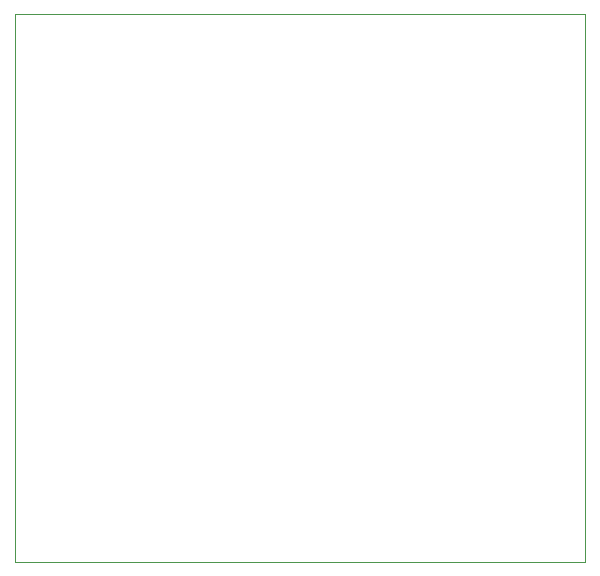
<source format=gbr>
%TF.GenerationSoftware,KiCad,Pcbnew,(6.0.5)*%
%TF.CreationDate,2022-06-01T11:59:12+02:00*%
%TF.ProjectId,ega_composite_output_feature_adapter,6567615f-6665-4617-9475-72655f616461,rev?*%
%TF.SameCoordinates,Original*%
%TF.FileFunction,Profile,NP*%
%FSLAX46Y46*%
G04 Gerber Fmt 4.6, Leading zero omitted, Abs format (unit mm)*
G04 Created by KiCad (PCBNEW (6.0.5)) date 2022-06-01 11:59:12*
%MOMM*%
%LPD*%
G01*
G04 APERTURE LIST*
%TA.AperFunction,Profile*%
%ADD10C,0.100000*%
%TD*%
G04 APERTURE END LIST*
D10*
X129540000Y-102235000D02*
X177800000Y-102235000D01*
X129540000Y-55880000D02*
X129540000Y-102235000D01*
X177800000Y-55880000D02*
X129540000Y-55880000D01*
X177800000Y-102235000D02*
X177800000Y-55880000D01*
M02*

</source>
